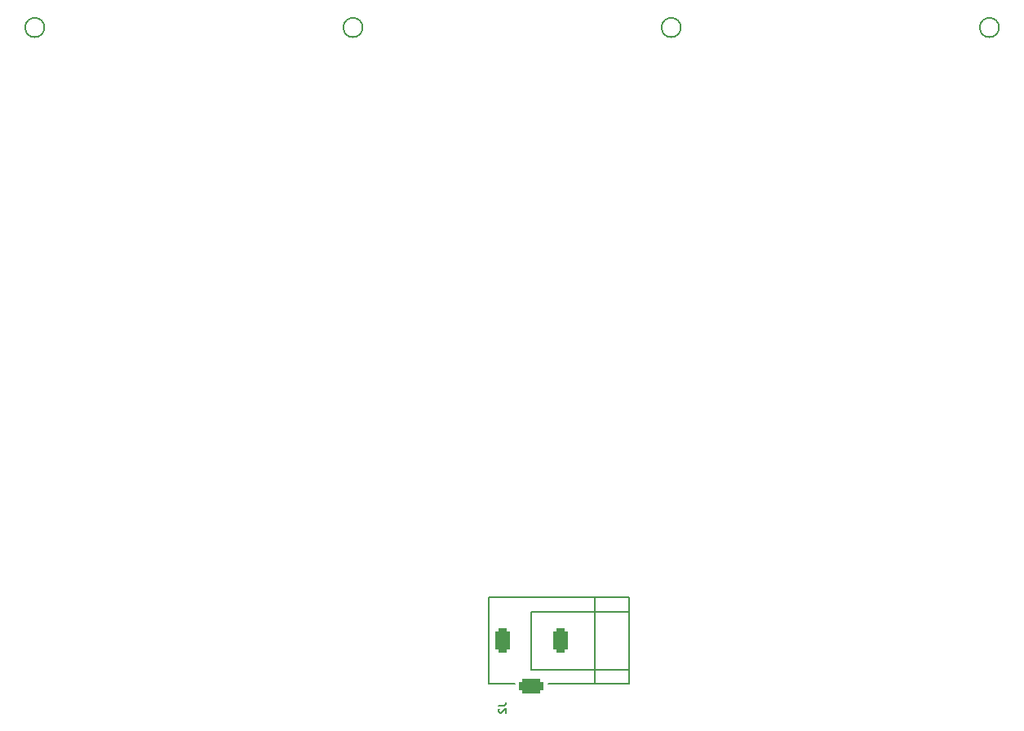
<source format=gbr>
%TF.GenerationSoftware,KiCad,Pcbnew,(6.0.5-0)*%
%TF.CreationDate,2022-07-22T01:22:38-04:00*%
%TF.ProjectId,YWS_clock,5957535f-636c-46f6-936b-2e6b69636164,rev?*%
%TF.SameCoordinates,PX4b17a20PY8a12ae0*%
%TF.FileFunction,Legend,Bot*%
%TF.FilePolarity,Positive*%
%FSLAX46Y46*%
G04 Gerber Fmt 4.6, Leading zero omitted, Abs format (unit mm)*
G04 Created by KiCad (PCBNEW (6.0.5-0)) date 2022-07-22 01:22:38*
%MOMM*%
%LPD*%
G01*
G04 APERTURE LIST*
G04 Aperture macros list*
%AMRoundRect*
0 Rectangle with rounded corners*
0 $1 Rounding radius*
0 $2 $3 $4 $5 $6 $7 $8 $9 X,Y pos of 4 corners*
0 Add a 4 corners polygon primitive as box body*
4,1,4,$2,$3,$4,$5,$6,$7,$8,$9,$2,$3,0*
0 Add four circle primitives for the rounded corners*
1,1,$1+$1,$2,$3*
1,1,$1+$1,$4,$5*
1,1,$1+$1,$6,$7*
1,1,$1+$1,$8,$9*
0 Add four rect primitives between the rounded corners*
20,1,$1+$1,$2,$3,$4,$5,0*
20,1,$1+$1,$4,$5,$6,$7,0*
20,1,$1+$1,$6,$7,$8,$9,0*
20,1,$1+$1,$8,$9,$2,$3,0*%
G04 Aperture macros list end*
%ADD10C,0.152400*%
%ADD11C,0.150000*%
%ADD12C,0.203200*%
%ADD13R,1.600000X1.600000*%
%ADD14O,1.600000X1.600000*%
%ADD15C,2.000000*%
%ADD16R,2.000000X2.000000*%
%ADD17C,3.200000*%
%ADD18C,1.524000*%
%ADD19R,1.700000X1.700000*%
%ADD20O,1.700000X1.700000*%
%ADD21RoundRect,0.400000X0.400000X-0.900000X0.400000X0.900000X-0.400000X0.900000X-0.400000X-0.900000X0*%
%ADD22RoundRect,0.400000X0.900000X-0.400000X0.900000X0.400000X-0.900000X0.400000X-0.900000X-0.400000X0*%
%ADD23C,1.600000*%
%ADD24R,3.000000X3.000000*%
%ADD25C,3.000000*%
G04 APERTURE END LIST*
D10*
%TO.C,J2*%
X58992714Y2034000D02*
X59537000Y2034000D01*
X59645857Y2070286D01*
X59718428Y2142858D01*
X59754714Y2251715D01*
X59754714Y2324286D01*
X59065285Y1707429D02*
X59029000Y1671143D01*
X58992714Y1598572D01*
X58992714Y1417143D01*
X59029000Y1344572D01*
X59065285Y1308286D01*
X59137857Y1272000D01*
X59210428Y1272000D01*
X59319285Y1308286D01*
X59754714Y1743715D01*
X59754714Y1272000D01*
D11*
%TO.C,D4*%
X77900000Y72390000D02*
G75*
G03*
X77900000Y72390000I-1000000J0D01*
G01*
D12*
%TO.C,J2*%
X58010000Y4280000D02*
X58010000Y13280000D01*
X62410000Y11780000D02*
X62410000Y5780000D01*
X58010000Y4280000D02*
X60660000Y4280000D01*
X72510000Y4280000D02*
X64160000Y4280000D01*
X69010000Y4280000D02*
X69010000Y13280000D01*
X58010000Y13280000D02*
X72510000Y13280000D01*
X62410000Y5780000D02*
X72410000Y5780000D01*
X72510000Y13280000D02*
X72510000Y4280000D01*
X72510000Y11780000D02*
X62410000Y11780000D01*
D11*
%TO.C,D2*%
X11860000Y72390000D02*
G75*
G03*
X11860000Y72390000I-1000000J0D01*
G01*
%TO.C,D5*%
X44880000Y72390000D02*
G75*
G03*
X44880000Y72390000I-1000000J0D01*
G01*
%TO.C,D3*%
X110920000Y72390000D02*
G75*
G03*
X110920000Y72390000I-1000000J0D01*
G01*
%TD*%
%LPC*%
D13*
%TO.C,U5*%
X135895000Y44440000D03*
D14*
X133355000Y44440000D03*
X130815000Y44440000D03*
X128275000Y44440000D03*
X125735000Y44440000D03*
X123195000Y44440000D03*
X120655000Y44440000D03*
X118115000Y44440000D03*
X115575000Y44440000D03*
X113035000Y44440000D03*
X110495000Y44440000D03*
X107955000Y44440000D03*
X107955000Y36820000D03*
X110495000Y36820000D03*
X113035000Y36820000D03*
X115575000Y36820000D03*
X118115000Y36820000D03*
X120655000Y36820000D03*
X123195000Y36820000D03*
X125735000Y36820000D03*
X128275000Y36820000D03*
X130815000Y36820000D03*
X133355000Y36820000D03*
X135895000Y36820000D03*
%TD*%
D15*
%TO.C,TP1*%
X104140000Y27940000D03*
%TD*%
D16*
%TO.C,BZ1*%
X30480000Y10160000D03*
D15*
X35480000Y10160000D03*
%TD*%
D17*
%TO.C,H4*%
X136260000Y4780000D03*
%TD*%
D13*
%TO.C,U3*%
X95260000Y13960000D03*
D14*
X95260000Y11420000D03*
X95260000Y8880000D03*
X95260000Y6340000D03*
X102880000Y6340000D03*
X102880000Y8880000D03*
X102880000Y11420000D03*
X102880000Y13960000D03*
%TD*%
D18*
%TO.C,D4*%
X76900000Y72390000D03*
X76900000Y69850000D03*
X76900000Y67310000D03*
X76900000Y64770000D03*
X76900000Y62230000D03*
X76900000Y59690000D03*
X76900000Y57150000D03*
X76900000Y54610000D03*
X100900000Y54610000D03*
X100900000Y57150000D03*
X100900000Y59690000D03*
X100900000Y62230000D03*
X100900000Y64770000D03*
X100900000Y67310000D03*
X100900000Y69850000D03*
X100900000Y72390000D03*
%TD*%
D19*
%TO.C,J3*%
X137160000Y27940000D03*
D20*
X137160000Y25400000D03*
X137160000Y22860000D03*
X137160000Y20320000D03*
X137160000Y17780000D03*
X137160000Y15240000D03*
%TD*%
D21*
%TO.C,J2*%
X59410000Y8780000D03*
X65410000Y8780000D03*
D22*
X62410000Y4080000D03*
%TD*%
D18*
%TO.C,D2*%
X10860000Y72390000D03*
X10860000Y69850000D03*
X10860000Y67310000D03*
X10860000Y64770000D03*
X10860000Y62230000D03*
X10860000Y59690000D03*
X10860000Y57150000D03*
X10860000Y54610000D03*
X34860000Y54610000D03*
X34860000Y57150000D03*
X34860000Y59690000D03*
X34860000Y62230000D03*
X34860000Y64770000D03*
X34860000Y67310000D03*
X34860000Y69850000D03*
X34860000Y72390000D03*
%TD*%
D17*
%TO.C,H2*%
X136260000Y84780000D03*
%TD*%
D23*
%TO.C,R14*%
X121920000Y83820000D03*
X125320000Y83820000D03*
%TD*%
D17*
%TO.C,H3*%
X6260000Y4780000D03*
%TD*%
D13*
%TO.C,U2*%
X83820000Y24120000D03*
D14*
X81280000Y24120000D03*
X78740000Y24120000D03*
X76200000Y24120000D03*
X73660000Y24120000D03*
X71120000Y24120000D03*
X68580000Y24120000D03*
X66040000Y24120000D03*
X63500000Y24120000D03*
X60960000Y24120000D03*
X58420000Y24120000D03*
X55880000Y24120000D03*
X53340000Y24120000D03*
X50800000Y24120000D03*
X50800000Y16500000D03*
X53340000Y16500000D03*
X55880000Y16500000D03*
X58420000Y16500000D03*
X60960000Y16500000D03*
X63500000Y16500000D03*
X66040000Y16500000D03*
X68580000Y16500000D03*
X71120000Y16500000D03*
X73660000Y16500000D03*
X76200000Y16500000D03*
X78740000Y16500000D03*
X81280000Y16500000D03*
X83820000Y16500000D03*
%TD*%
D17*
%TO.C,H1*%
X6260000Y84780000D03*
%TD*%
D18*
%TO.C,D5*%
X43880000Y72390000D03*
X43880000Y69850000D03*
X43880000Y67310000D03*
X43880000Y64770000D03*
X43880000Y62230000D03*
X43880000Y59690000D03*
X43880000Y57150000D03*
X43880000Y54610000D03*
X67880000Y54610000D03*
X67880000Y57150000D03*
X67880000Y59690000D03*
X67880000Y62230000D03*
X67880000Y64770000D03*
X67880000Y67310000D03*
X67880000Y69850000D03*
X67880000Y72390000D03*
%TD*%
D19*
%TO.C,J1*%
X20320000Y17355000D03*
D20*
X20320000Y14815000D03*
X20320000Y12275000D03*
X20320000Y9735000D03*
X20320000Y7195000D03*
X20320000Y4655000D03*
%TD*%
D13*
%TO.C,U4*%
X36835000Y44440000D03*
D14*
X34295000Y44440000D03*
X31755000Y44440000D03*
X29215000Y44440000D03*
X26675000Y44440000D03*
X24135000Y44440000D03*
X21595000Y44440000D03*
X19055000Y44440000D03*
X16515000Y44440000D03*
X13975000Y44440000D03*
X11435000Y44440000D03*
X8895000Y44440000D03*
X8895000Y36820000D03*
X11435000Y36820000D03*
X13975000Y36820000D03*
X16515000Y36820000D03*
X19055000Y36820000D03*
X21595000Y36820000D03*
X24135000Y36820000D03*
X26675000Y36820000D03*
X29215000Y36820000D03*
X31755000Y36820000D03*
X34295000Y36820000D03*
X36835000Y36820000D03*
%TD*%
D13*
%TO.C,U6*%
X102875000Y44440000D03*
D14*
X100335000Y44440000D03*
X97795000Y44440000D03*
X95255000Y44440000D03*
X92715000Y44440000D03*
X90175000Y44440000D03*
X87635000Y44440000D03*
X85095000Y44440000D03*
X82555000Y44440000D03*
X80015000Y44440000D03*
X77475000Y44440000D03*
X74935000Y44440000D03*
X74935000Y36820000D03*
X77475000Y36820000D03*
X80015000Y36820000D03*
X82555000Y36820000D03*
X85095000Y36820000D03*
X87635000Y36820000D03*
X90175000Y36820000D03*
X92715000Y36820000D03*
X95255000Y36820000D03*
X97795000Y36820000D03*
X100335000Y36820000D03*
X102875000Y36820000D03*
%TD*%
D15*
%TO.C,TP2*%
X96520000Y27940000D03*
%TD*%
D24*
%TO.C,BT1*%
X107766314Y17779983D03*
D25*
X128256314Y17779983D03*
%TD*%
D13*
%TO.C,U7*%
X69855000Y44440000D03*
D14*
X67315000Y44440000D03*
X64775000Y44440000D03*
X62235000Y44440000D03*
X59695000Y44440000D03*
X57155000Y44440000D03*
X54615000Y44440000D03*
X52075000Y44440000D03*
X49535000Y44440000D03*
X46995000Y44440000D03*
X44455000Y44440000D03*
X41915000Y44440000D03*
X41915000Y36820000D03*
X44455000Y36820000D03*
X46995000Y36820000D03*
X49535000Y36820000D03*
X52075000Y36820000D03*
X54615000Y36820000D03*
X57155000Y36820000D03*
X59695000Y36820000D03*
X62235000Y36820000D03*
X64775000Y36820000D03*
X67315000Y36820000D03*
X69855000Y36820000D03*
%TD*%
D19*
%TO.C,J4*%
X12700000Y17780000D03*
D20*
X15240000Y17780000D03*
X12700000Y15240000D03*
X15240000Y15240000D03*
X12700000Y12700000D03*
X15240000Y12700000D03*
%TD*%
D18*
%TO.C,D3*%
X109920000Y72390000D03*
X109920000Y69850000D03*
X109920000Y67310000D03*
X109920000Y64770000D03*
X109920000Y62230000D03*
X109920000Y59690000D03*
X109920000Y57150000D03*
X109920000Y54610000D03*
X133920000Y54610000D03*
X133920000Y57150000D03*
X133920000Y59690000D03*
X133920000Y62230000D03*
X133920000Y64770000D03*
X133920000Y67310000D03*
X133920000Y69850000D03*
X133920000Y72390000D03*
%TD*%
M02*

</source>
